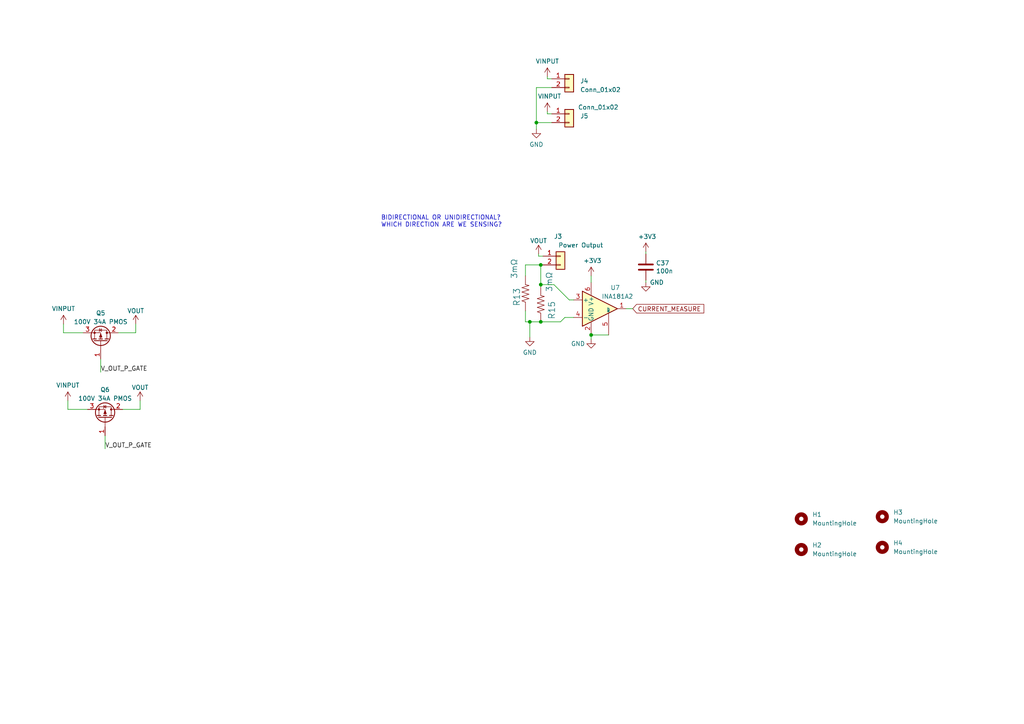
<source format=kicad_sch>
(kicad_sch (version 20230121) (generator eeschema)
  (paper "A4")
  (junction (at -47.625 43.815))
  (junction (at 41.91 -63.5))
  (junction (at 100.33 -137.16))
  (junction (at -38.1 53.34))
  (junction (at 171.45 97.155))
  (junction (at -29.21 43.815))
  (junction (at 132.715 -157.48))
  (junction (at 156.845 76.835))
  (junction (at 114.3 -137.16))
  (junction (at 156.845 82.55))
  (junction (at -47.625 53.34))
  (junction (at -38.1 105.41))
  (junction (at 60.96 -147.32))
  (junction (at 260.35 -29.21))
  (junction (at 164.465 -157.48))
  (junction (at 83.82 -137.16))
  (junction (at 231.775 -29.21))
  (junction (at -15.24 53.34))
  (junction (at 153.67 -146.05))
  (junction (at -15.24 43.815))
  (junction (at 155.575 35.56))
  (junction (at -47.625 95.885))
  (junction (at 118.11 -135.255))
  (junction (at 118.11 -157.48))
  (junction (at 102.87 -137.16))
  (junction (at 175.26 -146.05))
  (junction (at 72.39 -157.48))
  (junction (at 110.49 -137.16))
  (junction (at 164.465 -146.05))
  (junction (at 153.67 -157.48))
  (junction (at 153.67 93.345))
  (junction (at 245.11 -107.315))
  (junction (at -12.065 60.96))
  (junction (at 81.28 -157.48))
  (junction (at 97.79 -137.16))
  (junction (at 26.67 -145.415))
  (junction (at -47.625 105.41))
  (junction (at 142.875 -146.05))
  (junction (at 81.28 -137.16))
  (junction (at 142.875 -157.48))
  (junction (at -51.435 95.885))
  (junction (at 41.91 -73.66))
  (junction (at 132.715 -146.05))
  (junction (at 121.92 -157.48))
  (junction (at 105.41 -137.16))
  (junction (at 236.22 -116.205))
  (junction (at 118.11 -142.24))
  (junction (at 22.225 -63.5))
  (junction (at 156.845 93.345))
  (junction (at 254.635 -116.205))
  (junction (at 81.28 -142.24))
  (junction (at -51.435 43.815))
  (junction (at 107.95 -137.16))
  (wire (pts (xy 166.37 92.075) (xy 163.83 92.075)))
  (wire (pts (xy 11.43 -132.715) (xy 11.43 -121.285)))
  (wire (pts (xy 121.92 -148.59) (xy 121.92 -146.05)))
  (wire (pts (xy 245.11 -107.315) (xy 245.11 -106.045)))
  (wire (pts (xy 110.49 -137.16) (xy 110.49 -124.46)))
  (wire (pts (xy 55.88 -99.06) (xy 69.85 -99.06)))
  (wire (pts (xy 102.87 -137.16) (xy 105.41 -137.16)))
  (wire (pts (xy -24.13 93.98) (xy -24.13 95.885)))
  (wire (pts (xy -38.1 62.23) (xy -38.1 62.865)))
  (wire (pts (xy 156.845 76.835) (xy 157.48 76.835)))
  (wire (pts (xy 100.33 -124.46) (xy 100.33 -137.16)))
  (wire (pts (xy 155.575 25.4) (xy 160.02 25.4)))
  (wire (pts (xy 37.465 -41.275) (xy 38.735 -41.275)))
  (wire (pts (xy 3.81 -25.4) (xy 3.81 -24.13)))
  (wire (pts (xy 55.88 -101.6) (xy 69.85 -101.6)))
  (wire (pts (xy 102.87 -124.46) (xy 102.87 -137.16)))
  (wire (pts (xy 81.28 -158.75) (xy 81.28 -157.48)))
  (wire (pts (xy 121.285 -134.62) (xy 121.285 -135.255)))
  (wire (pts (xy 41.91 -72.39) (xy 41.91 -73.66)))
  (wire (pts (xy 234.315 -116.205) (xy 236.22 -116.205)))
  (wire (pts (xy 30.48 130.175) (xy 30.48 126.365)))
  (wire (pts (xy -20.955 43.815) (xy -15.24 43.815)))
  (wire (pts (xy 153.67 -156.21) (xy 153.67 -157.48)))
  (wire (pts (xy 156.845 76.835) (xy 156.845 82.55)))
  (wire (pts (xy 152.4 93.345) (xy 152.4 90.17)))
  (wire (pts (xy 69.85 -66.04) (xy 62.23 -66.04)))
  (wire (pts (xy 34.29 -68.58) (xy 36.83 -68.58)))
  (wire (pts (xy -6.985 -33.02) (xy -6.35 -33.02)))
  (wire (pts (xy 69.85 -71.12) (xy 62.865 -71.12)))
  (wire (pts (xy 158.75 33.02) (xy 160.02 33.02)))
  (wire (pts (xy -38.1 73.025) (xy -38.1 74.295)))
  (wire (pts (xy 19.685 118.745) (xy 25.4 118.745)))
  (wire (pts (xy 41.91 -73.66) (xy 62.865 -73.66)))
  (wire (pts (xy 22.225 -73.66) (xy 22.225 -63.5)))
  (wire (pts (xy 22.225 -43.815) (xy 38.735 -43.815)))
  (wire (pts (xy 31.75 -73.66) (xy 41.91 -73.66)))
  (wire (pts (xy 245.11 -107.315) (xy 254.635 -107.315)))
  (wire (pts (xy 37.465 -36.195) (xy 38.735 -36.195)))
  (wire (pts (xy 240.665 -29.21) (xy 240.665 -29.845)))
  (wire (pts (xy -15.24 53.34) (xy -7.62 53.34)))
  (wire (pts (xy 260.35 -51.435) (xy 260.35 -50.8)))
  (wire (pts (xy -38.1 51.435) (xy -38.1 53.34)))
  (wire (pts (xy 121.92 -156.21) (xy 121.92 -157.48)))
  (wire (pts (xy 153.67 93.345) (xy 153.67 97.79)))
  (wire (pts (xy 18.415 96.52) (xy 24.13 96.52)))
  (wire (pts (xy -51.435 95.885) (xy -51.435 96.52)))
  (wire (pts (xy 55.88 -96.52) (xy 69.85 -96.52)))
  (wire (pts (xy 231.775 -29.21) (xy 231.775 -28.575)))
  (wire (pts (xy 132.715 -140.97) (xy 132.715 -142.24)))
  (wire (pts (xy 132.715 -157.48) (xy 142.875 -157.48)))
  (wire (pts (xy 97.79 -137.16) (xy 100.33 -137.16)))
  (wire (pts (xy 254.635 -116.205) (xy 254.635 -117.475)))
  (wire (pts (xy -12.065 60.96) (xy -7.62 60.96)))
  (wire (pts (xy 114.3 -124.46) (xy 114.3 -137.16)))
  (wire (pts (xy 118.11 -142.24) (xy 118.11 -135.255)))
  (wire (pts (xy 60.96 -147.32) (xy 72.39 -147.32)))
  (wire (pts (xy 33.02 -144.145) (xy 33.02 -145.415)))
  (wire (pts (xy -47.625 95.885) (xy -47.625 97.155)))
  (wire (pts (xy 37.465 -48.895) (xy 38.735 -48.895)))
  (wire (pts (xy 118.11 -142.24) (xy 132.715 -142.24)))
  (wire (pts (xy 153.67 93.345) (xy 152.4 93.345)))
  (wire (pts (xy -38.1 114.3) (xy -38.1 114.935)))
  (wire (pts (xy 245.11 -108.585) (xy 245.11 -107.315)))
  (wire (pts (xy -38.1 103.505) (xy -38.1 105.41)))
  (wire (pts (xy -38.1 53.34) (xy -38.1 54.61)))
  (wire (pts (xy 31.75 -63.5) (xy 41.91 -63.5)))
  (wire (pts (xy 34.29 96.52) (xy 39.37 96.52)))
  (wire (pts (xy 60.96 -147.32) (xy 60.96 -146.05)))
  (wire (pts (xy 88.9 -137.16) (xy 83.82 -137.16)))
  (wire (pts (xy 133.35 -38.1) (xy 135.89 -38.1)))
  (wire (pts (xy 40.64 116.205) (xy 40.64 118.745)))
  (wire (pts (xy -47.625 105.41) (xy -47.625 104.775)))
  (wire (pts (xy -29.21 43.815) (xy -28.575 43.815)))
  (wire (pts (xy 165.1 86.995) (xy 160.655 82.55)))
  (wire (pts (xy 153.67 93.345) (xy 156.845 93.345)))
  (wire (pts (xy 19.685 116.205) (xy 19.685 118.745)))
  (wire (pts (xy 81.28 -142.24) (xy 81.28 -137.16)))
  (wire (pts (xy -16.51 60.96) (xy -12.065 60.96)))
  (wire (pts (xy 181.61 89.535) (xy 183.515 89.535)))
  (wire (pts (xy 132.715 -146.05) (xy 121.92 -146.05)))
  (wire (pts (xy 114.3 -142.24) (xy 118.11 -142.24)))
  (wire (pts (xy 158.75 22.225) (xy 158.75 22.86)))
  (wire (pts (xy 153.67 -157.48) (xy 164.465 -157.48)))
  (wire (pts (xy -15.24 43.815) (xy -12.7 43.815)))
  (wire (pts (xy 35.56 118.745) (xy 40.64 118.745)))
  (wire (pts (xy 164.465 -146.05) (xy 175.26 -146.05)))
  (wire (pts (xy 26.67 -145.415) (xy 26.67 -128.905)))
  (wire (pts (xy -38.1 125.095) (xy -38.1 126.365)))
  (wire (pts (xy 39.37 -113.665) (xy 51.435 -113.665)))
  (wire (pts (xy 121.285 -127) (xy 121.285 -125.73)))
  (wire (pts (xy 22.225 -63.5) (xy 22.225 -60.96)))
  (wire (pts (xy -51.435 43.815) (xy -51.435 44.45)))
  (wire (pts (xy 152.4 76.835) (xy 152.4 80.01)))
  (wire (pts (xy -46.99 120.015) (xy -45.72 120.015)))
  (wire (pts (xy 72.39 -156.21) (xy 72.39 -157.48)))
  (wire (pts (xy 62.865 -71.12) (xy 62.865 -73.66)))
  (wire (pts (xy 142.875 -156.21) (xy 142.875 -157.48)))
  (wire (pts (xy 269.24 -29.21) (xy 269.24 -29.845)))
  (wire (pts (xy 133.35 -45.72) (xy 135.89 -45.72)))
  (wire (pts (xy 33.02 -136.525) (xy 33.02 -135.255)))
  (wire (pts (xy 171.45 80.01) (xy 171.45 81.915)))
  (wire (pts (xy -51.435 43.815) (xy -47.625 43.815)))
  (wire (pts (xy -12.7 41.275) (xy -12.7 43.815)))
  (wire (pts (xy 260.35 -29.21) (xy 260.985 -29.21)))
  (wire (pts (xy 15.24 -33.02) (xy 13.97 -33.02)))
  (wire (pts (xy 163.83 92.075) (xy 162.56 93.345)))
  (wire (pts (xy 250.825 -29.21) (xy 260.35 -29.21)))
  (wire (pts (xy 231.775 -18.415) (xy 231.775 -17.78)))
  (wire (pts (xy -6.985 -38.1) (xy -6.35 -38.1)))
  (wire (pts (xy -46.99 67.945) (xy -45.72 67.945)))
  (wire (pts (xy -47.625 53.34) (xy -47.625 52.705)))
  (wire (pts (xy 39.37 93.98) (xy 39.37 96.52)))
  (wire (pts (xy 69.85 -53.34) (xy 67.31 -53.34)))
  (wire (pts (xy 252.73 -116.205) (xy 254.635 -116.205)))
  (wire (pts (xy 156.845 82.55) (xy 156.845 83.185)))
  (wire (pts (xy 164.465 -148.59) (xy 164.465 -146.05)))
  (wire (pts (xy 39.37 -121.285) (xy 51.435 -121.285)))
  (wire (pts (xy 158.75 32.385) (xy 158.75 33.02)))
  (wire (pts (xy 37.465 -46.355) (xy 38.735 -46.355)))
  (wire (pts (xy 41.91 -63.5) (xy 52.705 -63.5)))
  (wire (pts (xy 81.28 -137.16) (xy 81.28 -124.46)))
  (wire (pts (xy 29.21 107.95) (xy 29.21 104.14)))
  (wire (pts (xy 110.49 -137.16) (xy 114.3 -137.16)))
  (wire (pts (xy 187.325 73.66) (xy 187.325 73.025)))
  (wire (pts (xy -33.02 95.885) (xy -24.13 95.885)))
  (wire (pts (xy 133.35 -86.36) (xy 137.16 -86.36)))
  (wire (pts (xy 155.575 35.56) (xy 155.575 37.465)))
  (wire (pts (xy 260.35 -29.21) (xy 260.35 -28.575)))
  (wire (pts (xy 107.95 -124.46) (xy 107.95 -137.16)))
  (wire (pts (xy 133.35 -35.56) (xy 135.89 -35.56)))
  (wire (pts (xy 72.39 -133.35) (xy 72.39 -132.08)))
  (wire (pts (xy 164.465 -156.21) (xy 164.465 -157.48)))
  (wire (pts (xy 156.21 74.295) (xy 157.48 74.295)))
  (wire (pts (xy 88.9 -124.46) (xy 88.9 -137.16)))
  (wire (pts (xy 175.26 -148.59) (xy 175.26 -146.05)))
  (wire (pts (xy 142.875 -148.59) (xy 142.875 -146.05)))
  (wire (pts (xy -57.15 43.815) (xy -51.435 43.815)))
  (wire (pts (xy 92.71 -124.46) (xy 92.71 -137.16)))
  (wire (pts (xy 260.35 -18.415) (xy 260.35 -17.78)))
  (wire (pts (xy -33.02 43.815) (xy -29.21 43.815)))
  (wire (pts (xy -38.1 105.41) (xy -38.1 106.68)))
  (wire (pts (xy 187.325 81.915) (xy 187.325 81.28)))
  (wire (pts (xy -51.435 53.34) (xy -47.625 53.34)))
  (wire (pts (xy 24.13 -73.66) (xy 22.225 -73.66)))
  (wire (pts (xy 175.26 -156.21) (xy 175.26 -157.48)))
  (wire (pts (xy 60.96 -156.21) (xy 60.96 -157.48)))
  (wire (pts (xy 60.96 -157.48) (xy 72.39 -157.48)))
  (wire (pts (xy 101.6 -22.86) (xy 101.6 -20.32)))
  (wire (pts (xy -57.15 41.91) (xy -57.15 43.815)))
  (wire (pts (xy 118.11 -158.75) (xy 118.11 -157.48)))
  (wire (pts (xy 254.635 -115.57) (xy 254.635 -116.205)))
  (wire (pts (xy -16.51 53.34) (xy -15.24 53.34)))
  (wire (pts (xy -15.24 43.815) (xy -15.24 53.34)))
  (wire (pts (xy 83.82 -137.16) (xy 81.28 -137.16)))
  (wire (pts (xy 156.845 93.345) (xy 162.56 93.345)))
  (wire (pts (xy 68.58 -39.37) (xy 69.85 -39.37)))
  (wire (pts (xy 121.92 -157.48) (xy 132.715 -157.48)))
  (wire (pts (xy 231.775 -29.845) (xy 231.775 -29.21)))
  (wire (pts (xy 55.88 -93.98) (xy 69.85 -93.98)))
  (wire (pts (xy -57.15 95.885) (xy -51.435 95.885)))
  (wire (pts (xy 175.26 -146.05) (xy 175.26 -144.78)))
  (wire (pts (xy -47.625 43.815) (xy -47.625 45.085)))
  (wire (pts (xy 268.605 -29.21) (xy 269.24 -29.21)))
  (wire (pts (xy 39.37 -116.205) (xy 51.435 -116.205)))
  (wire (pts (xy 153.67 -146.05) (xy 164.465 -146.05)))
  (wire (pts (xy -29.21 52.07) (xy -29.21 51.435)))
  (wire (pts (xy 114.3 -142.24) (xy 114.3 -137.16)))
  (wire (pts (xy 171.45 97.155) (xy 171.45 98.425)))
  (wire (pts (xy 132.715 -156.21) (xy 132.715 -157.48)))
  (wire (pts (xy 231.775 -51.435) (xy 231.775 -50.8)))
  (wire (pts (xy 153.67 -148.59) (xy 153.67 -146.05)))
  (wire (pts (xy 18.415 93.98) (xy 18.415 96.52)))
  (wire (pts (xy 142.875 -157.48) (xy 153.67 -157.48)))
  (wire (pts (xy -51.435 52.07) (xy -51.435 53.34)))
  (wire (pts (xy 100.33 -137.16) (xy 102.87 -137.16)))
  (wire (pts (xy 118.11 -135.255) (xy 121.285 -135.255)))
  (wire (pts (xy 88.9 -22.86) (xy 88.9 -20.32)))
  (wire (pts (xy 222.25 -29.21) (xy 231.775 -29.21)))
  (wire (pts (xy 155.575 25.4) (xy 155.575 35.56)))
  (wire (pts (xy 118.11 -157.48) (xy 121.92 -157.48)))
  (wire (pts (xy 68.58 -41.91) (xy 69.85 -41.91)))
  (wire (pts (xy 132.715 -146.05) (xy 142.875 -146.05)))
  (wire (pts (xy 72.39 -140.97) (xy 72.39 -142.24)))
  (wire (pts (xy 240.03 -29.21) (xy 240.665 -29.21)))
  (wire (pts (xy 26.67 -146.685) (xy 26.67 -145.415)))
  (wire (pts (xy 60.325 -63.5) (xy 62.23 -63.5)))
  (wire (pts (xy -12.065 60.96) (xy -12.065 63.5)))
  (wire (pts (xy 164.465 -157.48) (xy 175.26 -157.48)))
  (wire (pts (xy -47.625 53.34) (xy -38.1 53.34)))
  (wire (pts (xy 33.02 -145.415) (xy 26.67 -145.415)))
  (wire (pts (xy 133.35 -33.02) (xy 135.89 -33.02)))
  (wire (pts (xy 107.95 -137.16) (xy 110.49 -137.16)))
  (wire (pts (xy -57.15 93.98) (xy -57.15 95.885)))
  (wire (pts (xy 118.11 -135.255) (xy 118.11 -124.46)))
  (wire (pts (xy -51.435 95.885) (xy -47.625 95.885)))
  (wire (pts (xy 133.35 -30.48) (xy 135.89 -30.48)))
  (wire (pts (xy 97.79 -124.46) (xy 97.79 -137.16)))
  (wire (pts (xy 46.99 -68.58) (xy 49.53 -68.58)))
  (wire (pts (xy 236.22 -108.585) (xy 236.22 -107.315)))
  (wire (pts (xy 92.71 -137.16) (xy 97.79 -137.16)))
  (wire (pts (xy 231.775 -40.64) (xy 231.775 -40.005)))
  (wire (pts (xy 236.22 -116.205) (xy 237.49 -116.205)))
  (wire (pts (xy 231.775 -29.21) (xy 232.41 -29.21)))
  (wire (pts (xy 152.4 76.835) (xy 156.845 76.835)))
  (wire (pts (xy -47.625 43.815) (xy -43.18 43.815)))
  (wire (pts (xy 155.575 35.56) (xy 160.02 35.56)))
  (wire (pts (xy 171.45 97.155) (xy 176.53 97.155)))
  (wire (pts (xy 60.96 -148.59) (xy 60.96 -147.32)))
  (wire (pts (xy 39.37 -123.825) (xy 51.435 -123.825)))
  (wire (pts (xy 26.67 -108.585) (xy 26.67 -107.315)))
  (wire (pts (xy 69.85 -105.41) (xy 55.88 -105.41)))
  (wire (pts (xy 105.41 -124.46) (xy 105.41 -137.16)))
  (wire (pts (xy 236.22 -107.315) (xy 245.11 -107.315)))
  (wire (pts (xy 72.39 -157.48) (xy 81.28 -157.48)))
  (wire (pts (xy 105.41 -137.16) (xy 107.95 -137.16)))
  (wire (pts (xy 132.715 -148.59) (xy 132.715 -146.05)))
  (wire (pts (xy 83.82 -124.46) (xy 83.82 -137.16)))
  (wire (pts (xy -51.435 105.41) (xy -47.625 105.41)))
  (wire (pts (xy 260.35 -40.64) (xy 260.35 -40.005)))
  (wire (pts (xy 118.11 -157.48) (xy 118.11 -142.24)))
  (wire (pts (xy 37.465 -38.735) (xy 38.735 -38.735)))
  (wire (pts (xy 158.75 22.86) (xy 160.02 22.86)))
  (wire (pts (xy -13.97 -19.685) (xy -13.97 -18.415)))
  (wire (pts (xy 72.39 -147.32) (xy 72.39 -148.59)))
  (wire (pts (xy 133.35 -43.18) (xy 135.89 -43.18)))
  (wire (pts (xy 81.28 -157.48) (xy 81.28 -142.24)))
  (wire (pts (xy 254.635 -107.95) (xy 254.635 -107.315)))
  (wire (pts (xy -47.625 95.885) (xy -43.18 95.885)))
  (wire (pts (xy 156.845 82.55) (xy 160.655 82.55)))
  (wire (pts (xy 260.35 -29.845) (xy 260.35 -29.21)))
  (wire (pts (xy 24.13 -63.5) (xy 22.225 -63.5)))
  (wire (pts (xy 41.91 -64.77) (xy 41.91 -63.5)))
  (wire (pts (xy 132.715 -133.35) (xy 132.715 -132.08)))
  (wire (pts (xy 142.875 -146.05) (xy 153.67 -146.05)))
  (wire (pts (xy 133.35 -88.9) (xy 137.16 -88.9)))
  (wire (pts (xy 3.81 -46.99) (xy 3.81 -45.72)))
  (wire (pts (xy 166.37 86.995) (xy 165.1 86.995)))
  (wire (pts (xy -47.625 105.41) (xy -38.1 105.41)))
  (wire (pts (xy 69.85 -90.17) (xy 55.88 -90.17)))
  (wire (pts (xy 72.39 -142.24) (xy 81.28 -142.24)))
  (wire (pts (xy -51.435 104.14) (xy -51.435 105.41)))
  (wire (pts (xy 62.23 -66.04) (xy 62.23 -63.5)))
  (wire (pts (xy 11.43 -121.285) (xy 13.97 -121.285)))
  (wire (pts (xy 156.21 73.66) (xy 156.21 74.295)))
  (wire (pts (xy 67.31 -55.88) (xy 67.31 -53.34)))
  (wire (pts (xy 13.97 -38.1) (xy 15.24 -38.1)))
  (wire (pts (xy 2.54 -116.205) (xy 13.97 -116.205)))
  (rectangle (start -27.305 -170.18) (end 198.12 -6.35))
  (text "Debug" (at 36.195 -52.705 0) (effects (font (size 1.27 1.27)) (justify left bottom)))
  (text "BIDIRECTIONAL OR UNIDIRECTIONAL?\nWHICH DIRECTION ARE WE SENSING?" (at 110.49 66.04 0) (effects (font (size 1.27 1.27)) (justify left bottom)))
  (text "Make sure C54\nis close to\npin 44 of RP2040" (at 140.335 -134.62 0) (effects (font (size 1.27 1.27)) (justify left bottom)))
  (text "Crystal" (at 38.735 -75.565 0) (effects (font (size 2.54 2.54)) (justify left bottom)))
  (text "TVS protection" (at 5.08 -24.765 0) (effects (font (size 1.27 1.27)) (justify left bottom)))
  (text "Flash" (at 8.255 -147.32 0) (effects (font (size 2.54 2.54)) (justify left bottom)))
  (text "CPU" (at -21.59 -160.655 0) (effects (font (size 3 3)) (justify left bottom)))
  (text "Make sure C8 is\nclose to pin 45\nof RP2040" (at 54.61 -129.54 0) (effects (font (size 1.27 1.27)) (justify left bottom)))
  (label "QSPI_SD1_2" (at 51.435 -121.285 180))
  (label "QSPI_SCLK_2" (at 55.88 -90.17 0))
  (label "V_OUT_P_GATE" (at 29.21 107.95 0))
  (label "QSPI_SD3_2" (at 55.88 -93.98 0))
  (label "SWCLK_2" (at -6.985 -33.02 180))
  (label "QSPI_SD0_2" (at 55.88 -101.6 0))
  (label "QSPI_SD2_2" (at 51.435 -116.205 180))
  (label "SWCLK_2" (at 68.58 -41.91 180))
  (label "SWD_2" (at 37.465 -46.355 180))
  (label "TXO_2" (at 37.465 -38.735 180))
  (label "TXO_2" (at 15.24 -38.1 0))
  (label "V_OUT_P_GATE" (at -38.1 105.41 0))
  (label "QSPI_SD2_2" (at 55.88 -96.52 0))
  (label "V_OUT_P_GATE" (at 30.48 130.175 0))
  (label "QSPI_SD3_2" (at 51.435 -113.665 180))
  (label "1V1" (at 81.28 -158.75 90))
  (label "SWD_2" (at 68.58 -39.37 180))
  (label "RXI_2" (at 135.89 -43.18 0))
  (label "QSPI_SD0_2" (at 51.435 -123.825 180))
  (label "QSPI_SCLK_2" (at 2.54 -116.205 0))
  (label "QSPI_SS_2" (at 11.43 -131.445 270))
  (label "RXI_2" (at 37.465 -41.275 180))
  (label "SWCLK_2" (at 37.465 -48.895 180))
  (label "QSPI_SD1_2" (at 55.88 -99.06 0))
  (label "RXI_2" (at 15.24 -33.02 0))
  (label "SWD_2" (at -6.985 -38.1 180))
  (label "TXO_2" (at 135.89 -45.72 0))
  (label "QSPI_SS_2" (at 55.88 -105.41 0))
  (global_label "VOUT_MEASURE" (shape input) (at 250.825 -29.21 90) (property "Intersheetrefs" "${INTERSHEET_REFS}" (effects hide)))
  (global_label "VINPUT_MEASURE" (shape input) (at 135.89 -33.02 0) (property "Intersheetrefs" "${INTERSHEET_REFS}" (effects hide)))
  (global_label "CURRENT_MEASURE" (shape input) (at 183.515 89.535 0) (property "Intersheetrefs" "${INTERSHEET_REFS}" (effects hide)))
  (global_label "VOUT_ENABLE" (shape input) (at 137.16 -88.9 0) (property "Intersheetrefs" "${INTERSHEET_REFS}" (effects hide)))
  (global_label "VOUT_MEASURE" (shape input) (at 135.89 -30.48 0) (property "Intersheetrefs" "${INTERSHEET_REFS}" (effects hide)))
  (global_label "VINPUT_MEASURE" (shape input) (at 222.25 -29.21 90) (property "Intersheetrefs" "${INTERSHEET_REFS}" (effects hide)))
  (global_label "V_OUT_INDUCTOR" (shape input) (at 137.16 -86.36 0) (property "Intersheetrefs" "${INTERSHEET_REFS}" (effects hide)))
  (global_label "VOUT_ENABLE" (shape input) (at -46.99 120.015 180) (property "Intersheetrefs" "${INTERSHEET_REFS}" (effects hide)))
  (global_label "V_OUT_INDUCTOR" (shape input) (at -46.99 67.945 180) (property "Intersheetrefs" "${INTERSHEET_REFS}" (effects hide)))
  (global_label "CURRENT_MEASURE" (shape input) (at 135.89 -35.56 0) (property "Intersheetrefs" "${INTERSHEET_REFS}" (effects hide)))
  (symbol (lib_id "power:GND") (at 155.575 37.465 0) (unit 1)
    (property "Reference" "#PWR048" (effects hide))
    (property "Value" "GND" (at 155.575 41.91 0))
  )
  (symbol (lib_id "supercap_library:VOUT") (at -12.7 41.275 0) (unit 1)
    (property "Reference" "#PWR02" (effects hide))
    (property "Value" "VOUT" (at -12.7 37.465 0))
  )
  (symbol (lib_id "power:GND") (at -38.1 126.365 0) (unit 1)
    (property "Reference" "#PWR012" (effects hide))
    (property "Value" "GND" (at -38.1 130.81 0))
  )
  (symbol (lib_id "Device:D_Zener") (at -51.435 48.26 270) (unit 1)
    (property "Reference" "D33" (at -58.42 47.625 90) (effects (justify left)))
    (property "Value" "Zener 10v" (at -64.135 50.165 90) (effects (justify left)))
    (property "Footprint" "Diode_SMD:D_SOD-323" (effects hide))
    (property "LCSC" "C85383" (effects hide))
  )
  (symbol (lib_id "power:+3V3") (at 22.225 -43.815 0) (unit 1)
    (property "Reference" "#PWR019" (effects hide))
    (property "Value" "+3V3" (at 22.606 -48.2092 0))
  )
  (symbol (lib_id "power:+3V3") (at 187.325 73.025 0) (unit 1)
    (property "Reference" "#PWR062" (effects hide))
    (property "Value" "+3V3" (at 187.706 68.6308 0))
  )
  (symbol (lib_id "power:GND") (at 132.715 -132.08 0) (unit 1)
    (property "Reference" "#PWR043" (effects hide))
    (property "Value" "GND" (at 132.842 -127.6858 0))
  )
  (symbol (lib_id "power:GND") (at 88.9 -20.32 0) (unit 1)
    (property "Reference" "#PWR037" (effects hide))
    (property "Value" "GND" (at 89.027 -15.9258 0))
  )
  (symbol (lib_id "power:GND") (at 34.29 -68.58 0) (unit 1)
    (property "Reference" "#PWR027" (effects hide))
    (property "Value" "GND" (at 34.417 -64.1858 0))
  )
  (symbol (lib_id "MotorController:TAYLOR_RESISTOR") (at 156.845 88.265 90) (unit 1)
    (property "Reference" "R15" (at 161.0614 92.71 0) (effects (font (size 1.778 1.778)) (justify left bottom)))
    (property "Value" "3mΩ" (at 158.369 84.709 0) (effects (font (size 1.651 1.651)) (justify left top)))
    (property "Footprint" "Resistor_SMD:R_2512_6332Metric" (effects hide))
    (property "LCSC" "C2688862" (effects hide))
  )
  (symbol (lib_id "Device:L") (at -24.765 43.815 90) (unit 1)
    (property "Reference" "L3" (at -27.305 41.275 90))
    (property "Value" "47uH" (at -21.59 40.64 90))
    (property "Footprint" "Inductor_SMD:L_Chilisin_BMRB00060612" (effects hide))
    (property "LCSC" "C5189962" (effects hide))
    (property "Current" "2.5A" (at -24.765 46.99 90))
  )
  (symbol (lib_id "supercap_library:VINPUT") (at -57.15 93.98 0) (unit 1)
    (property "Reference" "#PWR011" (effects hide))
    (property "Value" "VINPUT" (at -57.15 89.535 0))
  )
  (symbol (lib_id "Connector_Generic:Conn_01x02") (at 165.1 22.86 0) (unit 1)
    (property "Reference" "J4" (at 168.275 23.495 0) (effects (justify left)))
    (property "Value" "Conn_01x02" (at 168.275 26.035 0) (effects (justify left)))
    (property "Footprint" "Connector_Anderson:PowerPole_PP45_1336G1_1x2_Horizontal" (effects hide))
  )
  (symbol (lib_id "supercap_library:VINPUT") (at 158.75 32.385 0) (unit 1)
    (property "Reference" "#PWR051" (effects hide))
    (property "Value" "VINPUT" (at 159.385 27.94 0))
  )
  (symbol (lib_id "Device:C") (at 132.715 -152.4 0) (unit 1)
    (property "Reference" "C31" (at 135.636 -153.5684 0) (effects (justify left)))
    (property "Value" "100n" (at 135.636 -151.257 0) (effects (justify left)))
    (property "Footprint" "Capacitor_SMD:C_0603_1608Metric" (effects hide))
    (property "LCSC" "C14663" (effects hide))
  )
  (symbol (lib_id "Device:Q_PMOS_GDS") (at -38.1 98.425 270) (mirror x) (unit 1)
    (property "Reference" "Q3" (at -38.1 90.17 90))
    (property "Value" "100V 34A PMOS" (at -38.1 92.71 90))
    (property "Footprint" "Package_TO_SOT_SMD:TO-252-2" (effects hide))
    (property "LCSC" "C2758447" (effects hide))
  )
  (symbol (lib_id "MotorController:TAYLOR_RESISTOR") (at 231.775 -23.495 270) (unit 1)
    (property "Reference" "R36" (at 233.2736 -24.765 0) (effects (font (size 1.778 1.778)) (justify left bottom)))
    (property "Value" "5.1k 0.1%" (at 229.616 -26.289 0) (effects (font (size 1.651 1.651)) (justify left top)))
    (property "Footprint" "Resistor_SMD:R_0603_1608Metric" (effects hide))
    (property "LCSC" "C122969" (effects hide))
  )
  (symbol (lib_id "power:+3V3") (at 26.67 -146.685 0) (unit 1)
    (property "Reference" "#PWR022" (effects hide))
    (property "Value" "+3V3" (at 27.051 -151.0792 0))
  )
  (symbol (lib_id "Mechanical:MountingHole") (at 232.41 150.495 0) (unit 1) (in_bom no)
    (property "Reference" "H1" (at 235.585 149.2249 0) (effects (justify left)))
    (property "Value" "MountingHole" (at 235.585 151.7649 0) (effects (justify left)))
    (property "Footprint" "supercap:MountingHole_3.9mm_Plastite_#6" (effects hide))
  )
  (symbol (lib_id "power:GND") (at 22.225 -60.96 0) (unit 1)
    (property "Reference" "#PWR018" (effects hide))
    (property "Value" "GND" (at 22.352 -56.5658 0))
  )
  (symbol (lib_id "power:GND") (at 101.6 -20.32 0) (unit 1)
    (property "Reference" "#PWR040" (effects hide))
    (property "Value" "GND" (at 101.727 -15.9258 0))
  )
  (symbol (lib_id "power:GND") (at 260.35 -17.78 0) (unit 1)
    (property "Reference" "#PWR0114" (effects hide))
    (property "Value" "GND" (at 260.35 -13.97 0))
  )
  (symbol (lib_id "power:GND") (at -29.21 52.07 0) (unit 1)
    (property "Reference" "#PWR08" (effects hide))
    (property "Value" "GND" (at -29.21 56.515 0))
  )
  (symbol (lib_id "supercap_library:VOUT") (at 39.37 93.98 0) (unit 1)
    (property "Reference" "#PWR014" (effects hide))
    (property "Value" "VOUT" (at 39.37 90.17 0))
  )
  (symbol (lib_id "power:+3V3") (at 118.11 -158.75 0) (unit 1)
    (property "Reference" "#PWR041" (effects hide))
    (property "Value" "+3V3" (at 118.491 -163.1442 0))
  )
  (symbol (lib_id "Device:R") (at -47.625 100.965 0) (unit 1)
    (property "Reference" "R2" (at -45.72 100.33 0) (effects (justify left)))
    (property "Value" "10k" (at -45.72 102.87 0) (effects (justify left)))
    (property "Footprint" "Resistor_SMD:R_1206_3216Metric" (effects hide))
    (property "LCSC" "C3013377" (effects hide))
  )
  (symbol (lib_id "Power_Protection:USBLC6-4SC6") (at 3.81 -35.56 0) (unit 1)
    (property "Reference" "U1" (at -2.7939 -45.085 0) (effects (justify left)))
    (property "Value" "USBLC6-4SC6" (at 5.4611 -46.355 0) (effects (justify left)))
    (property "Footprint" "Package_TO_SOT_SMD:SOT-23-6" (effects hide))
    (property "Datasheet" "https://www.st.com/resource/en/datasheet/usblc6-4.pdf" (effects hide))
    (property "LCSC" "C558419" (effects hide))
  )
  (symbol (lib_id "power:+3V3") (at 269.24 -29.845 0) (unit 1)
    (property "Reference" "#PWR0115" (effects hide))
    (property "Value" "+3V3" (at 269.621 -34.2392 0))
  )
  (symbol (lib_id "MotorController:TAYLOR_RESISTOR") (at 260.35 -23.495 270) (unit 1)
    (property "Reference" "R39" (at 261.8486 -24.765 0) (effects (font (size 1.778 1.778)) (justify left bottom)))
    (property "Value" "5.1k 0.1%" (at 258.191 -26.289 0) (effects (font (size 1.651 1.651)) (justify left top)))
    (property "Footprint" "Resistor_SMD:R_0603_1608Metric" (effects hide))
    (property "LCSC" "C122969" (effects hide))
  )
  (symbol (lib_id "power:GND") (at 175.26 -144.78 0) (unit 1)
    (property "Reference" "#PWR057" (effects hide))
    (property "Value" "GND" (at 175.387 -140.3858 0))
  )
  (symbol (lib_id "Device:C") (at 27.94 -73.66 270) (unit 1)
    (property "Reference" "C1" (at 29.1084 -70.739 0) (effects (justify left)))
    (property "Value" "20p" (at 26.797 -70.739 0) (effects (justify left)))
    (property "Footprint" "Capacitor_SMD:C_0603_1608Metric" (effects hide))
    (property "LCSC" "C1648" (effects hide))
  )
  (symbol (lib_id "Device:D_Zener") (at -51.435 100.33 270) (unit 1)
    (property "Reference" "D2" (at -58.42 99.695 90) (effects (justify left)))
    (property "Value" "Zener 10v" (at -64.135 102.235 90) (effects (justify left)))
    (property "Footprint" "Diode_SMD:D_SOD-323" (effects hide))
    (property "LCSC" "C85383" (effects hide))
  )
  (symbol (lib_id "power:+3V3") (at 254.635 -117.475 0) (unit 1)
    (property "Reference" "#PWR04" (effects hide))
    (property "Value" "+3V3" (at 255.016 -121.8692 0))
  )
  (symbol (lib_id "power:GND") (at 121.285 -125.73 0) (unit 1)
    (property "Reference" "#PWR042" (effects hide))
    (property "Value" "GND" (at 125.222 -123.8758 0))
  )
  (symbol (lib_id "power:+3V3") (at 3.81 -46.99 0) (unit 1)
    (property "Reference" "#PWR015" (effects hide))
    (property "Value" "+3V3" (at 7.366 -48.8442 0))
  )
  (symbol (lib_id "Device:Q_NMOS_GSD") (at -40.64 67.945 0) (unit 1)
    (property "Reference" "Q1" (at -43.18 64.135 0) (effects (justify left)))
    (property "Value" "Q_NMOS_GSD" (at -53.975 73.66 0) (effects (justify left)))
    (property "Footprint" "Package_TO_SOT_SMD:SOT-23" (effects hide))
    (property "LCSC" "C2891566" (effects hide))
  )
  (symbol (lib_id "MotorController:TAYLOR_RESISTOR") (at 260.35 -45.72 270) (unit 1)
    (property "Reference" "R37" (at 261.8486 -49.53 0) (effects (font (size 1.778 1.778)) (justify left bottom)))
    (property "Value" "50k 0.1%" (at 256.286 -53.594 0) (effects (font (size 1.651 1.651)) (justify left top)))
    (property "Footprint" "Resistor_SMD:R_0603_1608Metric" (effects hide))
    (property "LCSC" "C304067" (effects hide))
  )
  (symbol (lib_id "MotorController:TAYLOR_RESISTOR") (at 231.775 -45.72 270) (unit 1)
    (property "Reference" "R34" (at 233.2736 -49.53 0) (effects (font (size 1.778 1.778)) (justify left bottom)))
    (property "Value" "50k 0.1%" (at 227.711 -53.594 0) (effects (font (size 1.651 1.651)) (justify left top)))
    (property "Footprint" "Resistor_SMD:R_0603_1608Metric" (effects hide))
    (property "LCSC" "C304067" (effects hide))
  )
  (symbol (lib_id "Device:C") (at 121.285 -130.81 0) (unit 1)
    (property "Reference" "C29" (at 124.206 -131.9784 0) (effects (justify left)))
    (property "Value" "100n" (at 124.206 -129.667 0) (effects (justify left)))
    (property "Footprint" "Capacitor_SMD:C_0603_1608Metric" (effects hide))
    (property "LCSC" "C14663" (effects hide))
  )
  (symbol (lib_id "Device:C") (at 33.02 -140.335 0) (unit 1)
    (property "Reference" "C4" (at 35.941 -141.5034 0) (effects (justify left)))
    (property "Value" "100n" (at 35.941 -139.192 0) (effects (justify left)))
    (property "Footprint" "Capacitor_SMD:C_0603_1608Metric" (effects hide))
    (property "LCSC" "C14663" (effects hide))
  )
  (symbol (lib_id "power:GND") (at 231.775 -17.78 0) (unit 1)
    (property "Reference" "#PWR0107" (effects hide))
    (property "Value" "GND" (at 231.775 -13.97 0))
  )
  (symbol (lib_id "supercap_library:VINPUT") (at -57.15 41.91 0) (unit 1)
    (property "Reference" "#PWR01" (effects hide))
    (property "Value" "VINPUT" (at -57.15 37.465 0))
  )
  (symbol (lib_id "Diode:MBR340") (at -29.21 47.625 270) (unit 1)
    (property "Reference" "D1" (at -28.7274 48.895 0) (effects (font (size 1.778 1.778)) (justify left bottom)))
    (property "Value" "SS310" (at -33.4264 44.45 0) (effects (font (size 1.778 1.778)) (justify left bottom)))
    (property "Footprint" "Diode_SMD:D_SMA" (effects hide))
    (property "Datasheet" "https://datasheet.lcsc.com/lcsc/2303141100_MDD-Microdiode-Electronics--SS310_C15874.pdf" (effects hide))
    (property "LCSC" "C15874" (effects hide))
  )
  (symbol (lib_id "MotorController:TAYLOR_RESISTOR") (at 152.4 85.09 90) (unit 1)
    (property "Reference" "R13" (at 150.9014 88.9 0) (effects (font (size 1.778 1.778)) (justify left bottom)))
    (property "Value" "3mΩ" (at 148.209 80.899 0) (effects (font (size 1.651 1.651)) (justify left top)))
    (property "Footprint" "Resistor_SMD:R_2512_6332Metric" (effects hide))
    (property "LCSC" "C2688862" (effects hide))
  )
  (symbol (lib_id "Device:C") (at 175.26 -152.4 0) (unit 1)
    (property "Reference" "C36" (at 178.181 -153.5684 0) (effects (justify left)))
    (property "Value" "100n" (at 178.181 -151.257 0) (effects (justify left)))
    (property "Footprint" "Capacitor_SMD:C_0603_1608Metric" (effects hide))
    (property "LCSC" "C14663" (effects hide))
  )
  (symbol (lib_id "Mechanical:MountingHole") (at 255.905 158.75 0) (unit 1) (in_bom no)
    (property "Reference" "H4" (at 259.08 157.4799 0) (effects (justify left)))
    (property "Value" "MountingHole" (at 259.08 160.0199 0) (effects (justify left)))
    (property "Footprint" "supercap:MountingHole_3.9mm_Plastite_#6" (effects hide))
  )
  (symbol (lib_id "power:GND") (at -13.97 -18.415 0) (unit 1)
    (property "Reference" "#PWR010" (effects hide))
    (property "Value" "GND" (at -17.78 -17.145 0))
  )
  (symbol (lib_id "Device:R") (at 56.515 -63.5 270) (unit 1)
    (property "Reference" "R8" (at 56.515 -68.7578 90))
    (property "Value" "1.1k" (at 56.515 -66.4464 90))
    (property "Footprint" "Resistor_SMD:R_0603_1608Metric" (effects hide))
    (property "LCSC" "C22764" (effects hide))
  )
  (symbol (lib_id "power:GND") (at 37.465 -36.195 0) (unit 1)
    (property "Reference" "#PWR028" (effects hide))
    (property "Value" "GND" (at 37.592 -31.8008 0))
  )
  (symbol (lib_id "MCU_RaspberryPi_RP2040:RP2040") (at 101.6 -73.66 0) (unit 1)
    (property "Reference" "U4" (at 73.66 -123.19 0))
    (property "Value" "RP2040" (at 113.03 -27.94 0))
    (property "Footprint" "RP2040_minimal:RP2040-QFN-56" (effects hide))
    (property "LCSC" "C2040" (effects hide))
  )
  (symbol (lib_id "power:+3V3") (at 171.45 80.01 0) (unit 1)
    (property "Reference" "#PWR055" (effects hide))
    (property "Value" "+3V3" (at 171.831 75.6158 0))
  )
  (symbol (lib_id "Connector_Generic:Conn_01x06") (at 43.815 -43.815 0) (unit 1)
    (property "Reference" "J2" (at 43.815 -52.7051 0) (effects (justify left)))
    (property "Value" "Conn_01x06" (effects hide))
    (property "Footprint" "parts:Ckmtw-W-2510S06P_1x06_P2.54mm_Vertical" (effects hide))
    (property "LCSC" "C140771" (effects hide))
  )
  (symbol (lib_id "power:GND") (at 26.67 -107.315 0) (unit 1)
    (property "Reference" "#PWR023" (effects hide))
    (property "Value" "GND" (at 22.86 -106.045 0))
  )
  (symbol (lib_id "Device:C") (at 164.465 -152.4 0) (unit 1)
    (property "Reference" "C35" (at 167.386 -153.5684 0) (effects (justify left)))
    (property "Value" "100n" (at 167.386 -151.257 0) (effects (justify left)))
    (property "Footprint" "Capacitor_SMD:C_0603_1608Metric" (effects hide))
    (property "LCSC" "C14663" (effects hide))
  )
  (symbol (lib_id "power:GND") (at 49.53 -68.58 0) (unit 1)
    (property "Reference" "#PWR030" (effects hide))
    (property "Value" "GND" (at 49.657 -64.1858 0))
  )
  (symbol (lib_id "power:GND") (at 171.45 98.425 0) (unit 1)
    (property "Reference" "#PWR056" (effects hide))
    (property "Value" "GND" (at 167.64 99.695 0))
  )
  (symbol (lib_id "supercap_library:VOUT") (at -24.13 93.98 0) (unit 1)
    (property "Reference" "#PWR09" (effects hide))
    (property "Value" "VOUT" (at -24.13 90.17 0))
  )
  (symbol (lib_id "supercap_library:VINPUT") (at 234.315 -116.205 0) (unit 1)
    (property "Reference" "#PWR03" (effects hide))
    (property "Value" "VINPUT" (at 234.315 -120.65 0))
  )
  (symbol (lib_id "supercap_library:VINPUT") (at 19.685 116.205 0) (unit 1)
    (property "Reference" "#PWR017" (effects hide))
    (property "Value" "VINPUT" (at 19.685 111.76 0))
  )
  (symbol (lib_id "power:+3V3") (at 67.31 -55.88 0) (unit 1)
    (property "Reference" "#PWR032" (effects hide))
    (property "Value" "+3V3" (at 67.691 -60.2742 0))
  )
  (symbol (lib_id "Connector_Generic:Conn_01x02") (at 162.56 74.295 0) (unit 1)
    (property "Reference" "J3" (at 160.655 68.58 0) (effects (justify left)))
    (property "Value" "Power Output" (at 161.925 71.12 0) (effects (justify left)))
    (property "Footprint" "Connector_Anderson:PowerPole_PP45_1336G1_1x2_Horizontal" (effects hide))
  )
  (symbol (lib_id "Device:C") (at -7.62 57.15 0) (unit 1)
    (property "Reference" "C7" (at -12.7 55.245 0) (effects (justify left bottom)))
    (property "Value" "4.7uF 100V" (at -13.335 60.325 0) (effects (justify left bottom)))
    (property "Footprint" "Capacitor_SMD:C_1210_3225Metric" (effects hide))
    (property "LCSC" "C342614" (effects hide))
  )
  (symbol (lib_id "supercap_library:VINPUT") (at 231.775 -51.435 0) (unit 1)
    (property "Reference" "#PWR0106" (effects hide))
    (property "Value" "VINPUT" (at 231.775 -55.88 0))
  )
  (symbol (lib_id "Device:C_Polarized") (at -16.51 57.15 0) (unit 1)
    (property "Reference" "C6" (at -19.304 65.405 0) (effects (font (size 1.778 1.778)) (justify left bottom)))
    (property "Value" "47uF 63V solid" (at -21.844 71.374 90) (effects (font (size 1.651 1.651)) (justify left top)))
    (property "Footprint" "Capacitor_SMD:CP_Elec_8x10.5" (effects hide))
    (property "LCSC" "C5246568" (effects hide))
  )
  (symbol (lib_id "power:GND") (at -38.1 74.295 0) (unit 1)
    (property "Reference" "#PWR05" (effects hide))
    (property "Value" "GND" (at -38.1 78.74 0))
  )
  (symbol (lib_id "power:+3V3") (at 240.665 -29.845 0) (unit 1)
    (property "Reference" "#PWR0110" (effects hide))
    (property "Value" "+3V3" (at 241.046 -34.2392 0))
  )
  (symbol (lib_id "Amplifier_Current:INA181") (at 173.99 89.535 0) (unit 1)
    (property "Reference" "U7" (at 178.435 83.4391 0))
    (property "Value" "INA181A2" (at 179.07 85.9791 0))
    (property "Footprint" "Package_TO_SOT_SMD:SOT-23-6" (effects hide))
    (property "Datasheet" "http://www.ti.com/lit/ds/symlink/ina181.pdf" (effects hide))
    (property "LCSC" "C2058784" (effects hide))
  )
  (symbol (lib_id "power:GND") (at 153.67 97.79 0) (unit 1)
    (property "Reference" "#PWR047" (effects hide))
    (property "Value" "GND" (at 153.67 102.235 0))
  )
  (symbol (lib_id "supercap_library:VINPUT") (at 158.75 22.225 0) (unit 1)
    (property "Reference" "#PWR050" (effects hide))
    (property "Value" "VINPUT" (at 158.75 17.78 0))
  )
  (symbol (lib_id "Device:R") (at -38.1 58.42 180) (unit 1)
    (property "Reference" "R40" (at -34.29 57.15 0) (effects (justify right)))
    (property "Value" "2k 2 watt" (at -34.29 59.69 0) (effects (justify right)))
    (property "Footprint" "Resistor_SMD:R_2512_6332Metric" (effects hide))
    (property "LCSC" "C175463" (effects hide))
  )
  (symbol (lib_id "power:GND") (at 72.39 -132.08 0) (unit 1)
    (property "Reference" "#PWR033" (effects hide))
    (property "Value" "GND" (at 72.517 -127.6858 0))
  )
  (symbol (lib_id "Device:Q_PMOS_GDS") (at 30.48 121.285 270) (mirror x) (unit 1)
    (property "Reference" "Q6" (at 30.48 113.03 90))
    (property "Value" "100V 34A PMOS" (at 30.48 115.57 90))
    (property "Footprint" "Package_TO_SOT_SMD:TO-252-2" (effects hide))
    (property "LCSC" "C2758447" (effects hide))
  )
  (symbol (lib_id "Device:C") (at 60.96 -152.4 0) (unit 1)
    (property "Reference" "C14" (at 63.881 -153.5684 0) (effects (justify left)))
    (property "Value" "100n" (at 63.881 -151.257 0) (effects (justify left)))
    (property "Footprint" "Capacitor_SMD:C_0603_1608Metric" (effects hide))
    (property "LCSC" "C14663" (effects hide))
  )
  (symbol (lib_id "Device:C") (at 254.635 -111.76 0) (unit 1)
    (property "Reference" "C3" (at 257.556 -112.9284 0) (effects (justify left)))
    (property "Value" "10u" (at 257.556 -110.617 0) (effects (justify left)))
    (property "Footprint" "Capacitor_SMD:C_0805_2012Metric" (effects hide))
    (property "LCSC" "C15850" (effects hide))
  )
  (symbol (lib_id "Device:R") (at -38.1 110.49 180) (unit 1)
    (property "Reference" "R3" (at -34.29 109.22 0) (effects (justify right)))
    (property "Value" "2k 2 watt" (at -34.29 111.76 0) (effects (justify right)))
    (property "Footprint" "Resistor_SMD:R_2512_6332Metric" (effects hide))
    (property "LCSC" "C175463" (effects hide))
  )
  (symbol (lib_id "Device:D") (at 236.22 -29.21 180) (unit 1)
    (property "Reference" "D28" (at 236.22 -26.67 0))
    (property "Value" "1N4148WS" (effects hide))
    (property "Footprint" "Diode_SMD:D_SOD-323" (effects hide))
    (property "Datasheet" "https://datasheet.lcsc.com/lcsc/1810101110_Jiangsu-Changjing-Electronics-Technology-Co---Ltd--1N4148WS_C2128.pdf" (effects hide))
    (property "LCSC" "C2128" (effects hide))
  )
  (symbol (lib_id "Device:C") (at 132.715 -137.16 0) (unit 1)
    (property "Reference" "C32" (at 135.636 -138.3284 0) (effects (justify left)))
    (property "Value" "1u" (at 135.636 -136.017 0) (effects (justify left)))
    (property "Footprint" "Capacitor_SMD:C_0603_1608Metric" (effects hide))
    (property "LCSC" "C15849" (effects hide))
  )
  (symbol (lib_id "Connector:TestPoint") (at -13.97 -19.685 0) (unit 1)
    (property "Reference" "TP1" (at -12.065 -24.2571 0) (effects (justify left)))
    (property "Value" "TestPoint" (at -18.415 -26.1621 0) (effects (justify left)))
    (property "Footprint" "TestPoint:TestPoint_Loop_D2.60mm_Drill1.6mm_Beaded" (effects hide))
    (property "LCSC" "C5199814" (effects hide))
  )
  (symbol (lib_id "power:GND") (at 187.325 81.915 0) (unit 1)
    (property "Reference" "#PWR063" (effects hide))
    (property "Value" "GND" (at 190.5 81.915 0))
  )
  (symbol (lib_id "Device:R") (at -47.625 48.895 0) (unit 1)
    (property "Reference" "R1" (at -45.72 48.26 0) (effects (justify left)))
    (property "Value" "10k" (at -45.72 50.8 0) (effects (justify left)))
    (property "Footprint" "Resistor_SMD:R_1206_3216Metric" (effects hide))
    (property "LCSC" "C3013377" (effects hide))
  )
  (symbol (lib_id "Regulator_Linear:LD1117S33TR_SOT223") (at 245.11 -116.205 0) (unit 1)
    (property "Reference" "U3" (at 245.11 -121.285 0))
    (property "Value" "LD1117S33TR_SOT223" (effects hide))
    (property "Footprint" "Package_TO_SOT_SMD:SOT-223-3_TabPin2" (effects hide))
    (property "Datasheet" "http://www.st.com/st-web-ui/static/active/en/resource/technical/document/datasheet/CD00000544.pdf" (effects hide))
    (property "LCSC" "C2845050" (effects hide))
  )
  (symbol (lib_id "MotorController:TAYLOR_RESISTOR") (at 260.35 -34.925 270) (unit 1)
    (property "Reference" "R38" (at 261.8486 -38.735 0) (effects (font (size 1.778 1.778)) (justify left bottom)))
    (property "Value" "50k 0.1%" (at 258.826 -41.529 0) (effects (font (size 1.651 1.651)) (justify left top)))
    (property "Footprint" "Resistor_SMD:R_0603_1608Metric" (effects hide))
    (property "LCSC" "C304067" (effects hide))
  )
  (symbol (lib_id "Device:C") (at 142.875 -152.4 0) (unit 1)
    (property "Reference" "C33" (at 145.796 -153.5684 0) (effects (justify left)))
    (property "Value" "100n" (at 145.796 -151.257 0) (effects (justify left)))
    (property "Footprint" "Capacitor_SMD:C_0603_1608Metric" (effects hide))
    (property "LCSC" "C14663" (effects hide))
  )
  (symbol (lib_id "power:GND") (at -12.065 63.5 0) (unit 1)
    (property "Reference" "#PWR06" (effects hide))
    (property "Value" "GND" (at -12.065 67.945 0))
  )
  (symbol (lib_id "supercap_library:VOUT") (at 156.21 73.66 0) (unit 1)
    (property "Reference" "#PWR049" (effects hide))
    (property "Value" "VOUT" (at 156.21 69.85 0))
  )
  (symbol (lib_id "Mechanical:MountingHole") (at 255.905 149.86 0) (unit 1) (in_bom no)
    (property "Reference" "H3" (at 259.08 148.5899 0) (effects (justify left)))
    (property "Value" "MountingHole" (at 259.08 151.1299 0) (effects (justify left)))
    (property "Footprint" "supercap:MountingHole_3.9mm_Plastite_#6" (effects hide))
  )
  (symbol (lib_id "supercap_library:VOUT") (at 260.35 -51.435 0) (unit 1)
    (property "Reference" "#PWR0113" (effects hide))
    (property "Value" "VOUT" (at 260.35 -55.245 0))
  )
  (symbol (lib_id "Device:C") (at 121.92 -152.4 0) (unit 1)
    (property "Reference" "C30" (at 124.841 -153.5684 0) (effects (justify left)))
    (property "Value" "100n" (at 124.841 -151.257 0) (effects (justify left)))
    (property "Footprint" "Capacitor_SMD:C_0603_1608Metric" (effects hide))
    (property "LCSC" "C14663" (effects hide))
  )
  (symbol (lib_id "supercap_library:VOUT") (at 40.64 116.205 0) (unit 1)
    (property "Reference" "#PWR020" (effects hide))
    (property "Value" "VOUT" (at 40.64 112.395 0))
  )
  (symbol (lib_id "Device:C") (at 27.94 -63.5 270) (unit 1)
    (property "Reference" "C2" (at 29.1084 -60.579 0) (effects (justify left)))
    (property "Value" "20p" (at 26.797 -60.579 0) (effects (justify left)))
    (property "Footprint" "Capacitor_SMD:C_0603_1608Metric" (effects hide))
    (property "LCSC" "C1648" (effects hide))
  )
  (symbol (lib_id "Device:C") (at 72.39 -137.16 0) (unit 1)
    (property "Reference" "C16" (at 75.311 -138.3284 0) (effects (justify left)))
    (property "Value" "1u" (at 75.311 -136.017 0) (effects (justify left)))
    (property "Footprint" "Capacitor_SMD:C_0603_1608Metric" (effects hide))
    (property "LCSC" "C15849" (effects hide))
  )
  (symbol (lib_id "Connector_Generic:Conn_01x02") (at 165.1 33.02 0) (unit 1)
    (property "Reference" "J5" (at 168.275 33.655 0) (effects (justify left)))
    (property "Value" "Conn_01x02" (at 167.64 31.115 0) (effects (justify left)))
    (property "Footprint" "Connector_Anderson:PowerPole_PP45_1336G1_1x2_Horizontal" (effects hide))
  )
  (symbol (lib_id "Device:C") (at 236.22 -112.395 0) (unit 1)
    (property "Reference" "C5" (at 231.14 -114.3 0) (effects (justify left bottom)))
    (property "Value" "4.7uF 100V" (at 230.505 -109.22 0) (effects (justify left bottom)))
    (property "Footprint" "Capacitor_SMD:C_1210_3225Metric" (effects hide))
    (property "LCSC" "C342614" (effects hide))
  )
  (symbol (lib_id "power:GND") (at 60.96 -146.05 0) (unit 1)
    (property "Reference" "#PWR031" (effects hide))
    (property "Value" "GND" (at 61.087 -141.6558 0))
  )
  (symbol (lib_id "MotorController:TAYLOR_RESISTOR") (at 231.775 -34.925 270) (unit 1)
    (property "Reference" "R35" (at 233.2736 -38.735 0) (effects (font (size 1.778 1.778)) (justify left bottom)))
    (property "Value" "50k 0.1%" (at 230.251 -41.529 0) (effects (font (size 1.651 1.651)) (justify left top)))
    (property "Footprint" "Resistor_SMD:R_0603_1608Metric" (effects hide))
    (property "LCSC" "C304067" (effects hide))
  )
  (symbol (lib_id "Device:Q_NMOS_GSD") (at -40.64 120.015 0) (unit 1)
    (property "Reference" "Q2" (at -43.18 116.205 0) (effects (justify left)))
    (property "Value" "Q_NMOS_GSD" (at -53.975 125.73 0) (effects (justify left)))
    (property "Footprint" "Package_TO_SOT_SMD:SOT-23" (effects hide))
    (property "LCSC" "C2891566" (effects hide))
  )
  (symbol (lib_id "power:GND") (at 3.81 -24.13 0) (unit 1)
    (property "Reference" "#PWR016" (effects hide))
    (property "Value" "GND" (at 7.747 -22.2758 0))
  )
  (symbol (lib_id "Device:C") (at 153.67 -152.4 0) (unit 1)
    (property "Reference" "C34" (at 156.591 -153.5684 0) (effects (justify left)))
    (property "Value" "100n" (at 156.591 -151.257 0) (effects (justify left)))
    (property "Footprint" "Capacitor_SMD:C_0603_1608Metric" (effects hide))
    (property "LCSC" "C14663" (effects hide))
  )
  (symbol (lib_id "Device:Crystal_GND24") (at 41.91 -68.58 90) (unit 1)
    (property "Reference" "Y1" (at 45.085 -72.644 90))
    (property "Value" "12MHz" (at 50.8 -71.374 90))
    (property "Footprint" "Crystal:Crystal_SMD_3225-4Pin_3.2x2.5mm" (effects hide))
    (property "LCSC" "C9002" (effects hide))
  )
  (symbol (lib_id "supercap_library:VINPUT") (at 18.415 93.98 0) (unit 1)
    (property "Reference" "#PWR013" (effects hide))
    (property "Value" "VINPUT" (at 18.415 89.535 0))
  )
  (symbol (lib_id "Device:Q_PMOS_GDS") (at 29.21 99.06 270) (mirror x) (unit 1)
    (property "Reference" "Q5" (at 29.21 90.805 90))
    (property "Value" "100V 34A PMOS" (at 29.21 93.345 90))
    (property "Footprint" "Package_TO_SOT_SMD:TO-252-2" (effects hide))
    (property "LCSC" "C2758447" (effects hide))
  )
  (symbol (lib_id "Device:C") (at 187.325 77.47 0) (unit 1)
    (property "Reference" "C37" (at 190.246 76.3016 0) (effects (justify left)))
    (property "Value" "100n" (at 190.246 78.613 0) (effects (justify left)))
    (property "Footprint" "Capacitor_SMD:C_0603_1608Metric" (effects hide))
    (property "LCSC" "C14663" (effects hide))
  )
  (symbol (lib_id "power:GND") (at 245.11 -106.045 0) (unit 1)
    (property "Reference" "#PWR07" (effects hide))
    (property "Value" "GND" (at 241.3 -104.775 0))
  )
  (symbol (lib_id "Memory_Flash:W25Q128JVS") (at 26.67 -118.745 0) (unit 1)
    (property "Reference" "U2" (at 17.78 -128.905 0))
    (property "Value" "W25Q128JVSIQ" (at 34.29 -108.585 0))
    (property "Footprint" "Package_SO:SOIC-8_5.23x5.23mm_P1.27mm" (effects hide))
    (property "Datasheet" "https://datasheet.lcsc.com/lcsc/1912111437_Winbond-Elec-W25Q128JVSIQ_C113767.pdf" (effects hide))
    (property "LCSC" "C113767" (effects hide))
  )
  (symbol (lib_id "Device:C") (at 72.39 -152.4 0) (unit 1)
    (property "Reference" "C15" (at 75.311 -153.5684 0) (effects (justify left)))
    (property "Value" "100n" (at 75.311 -151.257 0) (effects (justify left)))
    (property "Footprint" "Capacitor_SMD:C_0603_1608Metric" (effects hide))
    (property "LCSC" "C14663" (effects hide))
  )
  (symbol (lib_id "Device:D") (at 264.795 -29.21 180) (unit 1)
    (property "Reference" "D29" (at 264.795 -26.67 0))
    (property "Value" "1N4148WS" (effects hide))
    (property "Footprint" "Diode_SMD:D_SOD-323" (effects hide))
    (property "Datasheet" "https://datasheet.lcsc.com/lcsc/1810101110_Jiangsu-Changjing-Electronics-Technology-Co---Ltd--1N4148WS_C2128.pdf" (effects hide))
    (property "LCSC" "C2128" (effects hide))
  )
  (symbol (lib_id "power:GND") (at 33.02 -135.255 0) (unit 1)
    (property "Reference" "#PWR026" (effects hide))
    (property "Value" "GND" (at 36.83 -133.985 0))
  )
  (symbol (lib_id "Mechanical:MountingHole") (at 232.41 159.385 0) (unit 1) (in_bom no)
    (property "Reference" "H2" (at 235.585 158.1149 0) (effects (justify left)))
    (property "Value" "MountingHole" (at 235.585 160.6549 0) (effects (justify left)))
    (property "Footprint" "supercap:MountingHole_3.9mm_Plastite_#6" (effects hide))
  )
  (symbol (lib_id "Device:Q_PMOS_GDS") (at -38.1 46.355 270) (mirror x) (unit 1)
    (property "Reference" "Q4" (at -38.1 38.1 90))
    (property "Value" "100V 34A PMOS" (at -38.1 40.64 90))
    (property "Footprint" "Package_TO_SOT_SMD:TO-252-2" (effects hide))
    (property "LCSC" "C2758447" (effects hide))
  )
)
</source>
